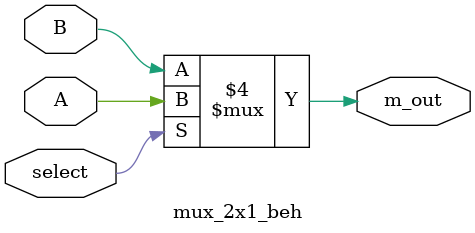
<source format=v>
`timescale 1ns/100ps

module mux_2x1_beh (m_out, A, B, select);
    output m_out;
    input A, B, select;
    reg m_out;

    always @(A or B or select)
        if (select == 1) m_out = A;
        else m_out = B;
endmodule
</source>
